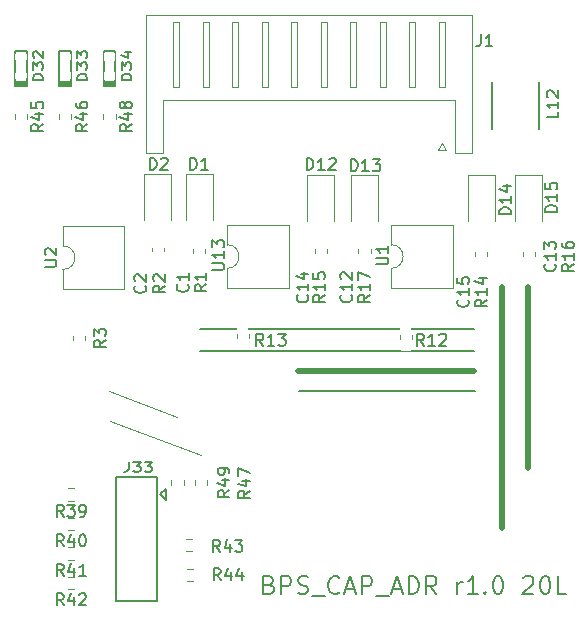
<source format=gbr>
G04 #@! TF.GenerationSoftware,KiCad,Pcbnew,(5.1.7)-1*
G04 #@! TF.CreationDate,2020-12-25T11:09:42+09:00*
G04 #@! TF.ProjectId,Ctrl_Arduino,4374726c-5f41-4726-9475-696e6f2e6b69,rev?*
G04 #@! TF.SameCoordinates,Original*
G04 #@! TF.FileFunction,Legend,Top*
G04 #@! TF.FilePolarity,Positive*
%FSLAX46Y46*%
G04 Gerber Fmt 4.6, Leading zero omitted, Abs format (unit mm)*
G04 Created by KiCad (PCBNEW (5.1.7)-1) date 2020-12-25 11:09:42*
%MOMM*%
%LPD*%
G01*
G04 APERTURE LIST*
%ADD10C,0.200000*%
%ADD11C,0.120000*%
%ADD12C,0.500000*%
%ADD13C,0.150000*%
%ADD14C,0.160000*%
%ADD15R,3.400000X1.900000*%
%ADD16C,1.100000*%
%ADD17O,1.700000X1.950000*%
%ADD18R,1.600000X1.600000*%
%ADD19O,1.600000X1.600000*%
G04 APERTURE END LIST*
D10*
X96785714Y-146892857D02*
X97000000Y-146964285D01*
X97071428Y-147035714D01*
X97142857Y-147178571D01*
X97142857Y-147392857D01*
X97071428Y-147535714D01*
X97000000Y-147607142D01*
X96857142Y-147678571D01*
X96285714Y-147678571D01*
X96285714Y-146178571D01*
X96785714Y-146178571D01*
X96928571Y-146250000D01*
X97000000Y-146321428D01*
X97071428Y-146464285D01*
X97071428Y-146607142D01*
X97000000Y-146750000D01*
X96928571Y-146821428D01*
X96785714Y-146892857D01*
X96285714Y-146892857D01*
X97785714Y-147678571D02*
X97785714Y-146178571D01*
X98357142Y-146178571D01*
X98500000Y-146250000D01*
X98571428Y-146321428D01*
X98642857Y-146464285D01*
X98642857Y-146678571D01*
X98571428Y-146821428D01*
X98500000Y-146892857D01*
X98357142Y-146964285D01*
X97785714Y-146964285D01*
X99214285Y-147607142D02*
X99428571Y-147678571D01*
X99785714Y-147678571D01*
X99928571Y-147607142D01*
X100000000Y-147535714D01*
X100071428Y-147392857D01*
X100071428Y-147250000D01*
X100000000Y-147107142D01*
X99928571Y-147035714D01*
X99785714Y-146964285D01*
X99500000Y-146892857D01*
X99357142Y-146821428D01*
X99285714Y-146750000D01*
X99214285Y-146607142D01*
X99214285Y-146464285D01*
X99285714Y-146321428D01*
X99357142Y-146250000D01*
X99500000Y-146178571D01*
X99857142Y-146178571D01*
X100071428Y-146250000D01*
X100357142Y-147821428D02*
X101500000Y-147821428D01*
X102714285Y-147535714D02*
X102642857Y-147607142D01*
X102428571Y-147678571D01*
X102285714Y-147678571D01*
X102071428Y-147607142D01*
X101928571Y-147464285D01*
X101857142Y-147321428D01*
X101785714Y-147035714D01*
X101785714Y-146821428D01*
X101857142Y-146535714D01*
X101928571Y-146392857D01*
X102071428Y-146250000D01*
X102285714Y-146178571D01*
X102428571Y-146178571D01*
X102642857Y-146250000D01*
X102714285Y-146321428D01*
X103285714Y-147250000D02*
X104000000Y-147250000D01*
X103142857Y-147678571D02*
X103642857Y-146178571D01*
X104142857Y-147678571D01*
X104642857Y-147678571D02*
X104642857Y-146178571D01*
X105214285Y-146178571D01*
X105357142Y-146250000D01*
X105428571Y-146321428D01*
X105500000Y-146464285D01*
X105500000Y-146678571D01*
X105428571Y-146821428D01*
X105357142Y-146892857D01*
X105214285Y-146964285D01*
X104642857Y-146964285D01*
X105785714Y-147821428D02*
X106928571Y-147821428D01*
X107214285Y-147250000D02*
X107928571Y-147250000D01*
X107071428Y-147678571D02*
X107571428Y-146178571D01*
X108071428Y-147678571D01*
X108571428Y-147678571D02*
X108571428Y-146178571D01*
X108928571Y-146178571D01*
X109142857Y-146250000D01*
X109285714Y-146392857D01*
X109357142Y-146535714D01*
X109428571Y-146821428D01*
X109428571Y-147035714D01*
X109357142Y-147321428D01*
X109285714Y-147464285D01*
X109142857Y-147607142D01*
X108928571Y-147678571D01*
X108571428Y-147678571D01*
X110928571Y-147678571D02*
X110428571Y-146964285D01*
X110071428Y-147678571D02*
X110071428Y-146178571D01*
X110642857Y-146178571D01*
X110785714Y-146250000D01*
X110857142Y-146321428D01*
X110928571Y-146464285D01*
X110928571Y-146678571D01*
X110857142Y-146821428D01*
X110785714Y-146892857D01*
X110642857Y-146964285D01*
X110071428Y-146964285D01*
X112714285Y-147678571D02*
X112714285Y-146678571D01*
X112714285Y-146964285D02*
X112785714Y-146821428D01*
X112857142Y-146750000D01*
X113000000Y-146678571D01*
X113142857Y-146678571D01*
X114428571Y-147678571D02*
X113571428Y-147678571D01*
X114000000Y-147678571D02*
X114000000Y-146178571D01*
X113857142Y-146392857D01*
X113714285Y-146535714D01*
X113571428Y-146607142D01*
X115071428Y-147535714D02*
X115142857Y-147607142D01*
X115071428Y-147678571D01*
X115000000Y-147607142D01*
X115071428Y-147535714D01*
X115071428Y-147678571D01*
X116071428Y-146178571D02*
X116214285Y-146178571D01*
X116357142Y-146250000D01*
X116428571Y-146321428D01*
X116500000Y-146464285D01*
X116571428Y-146750000D01*
X116571428Y-147107142D01*
X116500000Y-147392857D01*
X116428571Y-147535714D01*
X116357142Y-147607142D01*
X116214285Y-147678571D01*
X116071428Y-147678571D01*
X115928571Y-147607142D01*
X115857142Y-147535714D01*
X115785714Y-147392857D01*
X115714285Y-147107142D01*
X115714285Y-146750000D01*
X115785714Y-146464285D01*
X115857142Y-146321428D01*
X115928571Y-146250000D01*
X116071428Y-146178571D01*
X118285714Y-146321428D02*
X118357142Y-146250000D01*
X118500000Y-146178571D01*
X118857142Y-146178571D01*
X119000000Y-146250000D01*
X119071428Y-146321428D01*
X119142857Y-146464285D01*
X119142857Y-146607142D01*
X119071428Y-146821428D01*
X118214285Y-147678571D01*
X119142857Y-147678571D01*
X120071428Y-146178571D02*
X120214285Y-146178571D01*
X120357142Y-146250000D01*
X120428571Y-146321428D01*
X120500000Y-146464285D01*
X120571428Y-146750000D01*
X120571428Y-147107142D01*
X120500000Y-147392857D01*
X120428571Y-147535714D01*
X120357142Y-147607142D01*
X120214285Y-147678571D01*
X120071428Y-147678571D01*
X119928571Y-147607142D01*
X119857142Y-147535714D01*
X119785714Y-147392857D01*
X119714285Y-147107142D01*
X119714285Y-146750000D01*
X119785714Y-146464285D01*
X119857142Y-146321428D01*
X119928571Y-146250000D01*
X120071428Y-146178571D01*
X121928571Y-147678571D02*
X121214285Y-147678571D01*
X121214285Y-146178571D01*
D11*
X91000000Y-135900000D02*
X83300000Y-133050000D01*
X89000000Y-132700000D02*
X83200000Y-130450000D01*
D12*
X114100000Y-128800000D02*
X99200000Y-128800000D01*
D10*
X99300000Y-130500000D02*
X114200000Y-130500000D01*
X90900000Y-127100000D02*
X114100000Y-127100000D01*
X114100000Y-125200000D02*
X90900000Y-125200000D01*
D12*
X118700000Y-121700000D02*
X118700000Y-137000000D01*
X116500000Y-121700000D02*
X116500000Y-142100000D01*
D11*
X89522500Y-138487258D02*
X89522500Y-138012742D01*
X88477500Y-138487258D02*
X88477500Y-138012742D01*
X82727500Y-107012742D02*
X82727500Y-107487258D01*
X83772500Y-107012742D02*
X83772500Y-107487258D01*
X91522500Y-138487258D02*
X91522500Y-138012742D01*
X90477500Y-138487258D02*
X90477500Y-138012742D01*
X78977500Y-107012742D02*
X78977500Y-107487258D01*
X80022500Y-107012742D02*
X80022500Y-107487258D01*
X75227500Y-107012742D02*
X75227500Y-107487258D01*
X76272500Y-107012742D02*
X76272500Y-107487258D01*
X89847742Y-146567500D02*
X90322258Y-146567500D01*
X89847742Y-145522500D02*
X90322258Y-145522500D01*
X89762742Y-144022500D02*
X90237258Y-144022500D01*
X89762742Y-142977500D02*
X90237258Y-142977500D01*
X80237258Y-146227500D02*
X79762742Y-146227500D01*
X80237258Y-147272500D02*
X79762742Y-147272500D01*
X80237258Y-143727500D02*
X79762742Y-143727500D01*
X80237258Y-144772500D02*
X79762742Y-144772500D01*
X80237258Y-141227500D02*
X79762742Y-141227500D01*
X80237258Y-142272500D02*
X79762742Y-142272500D01*
X80237258Y-138727500D02*
X79762742Y-138727500D01*
X80237258Y-139772500D02*
X79762742Y-139772500D01*
D10*
X115600000Y-104300000D02*
X115600000Y-108300000D01*
X119600000Y-108300000D02*
X119600000Y-104300000D01*
D13*
X87300000Y-137750000D02*
X83800000Y-137750000D01*
X83800000Y-137750000D02*
X83800000Y-148250000D01*
X87300000Y-148250000D02*
X83800000Y-148250000D01*
X87300000Y-137750000D02*
X87300000Y-148250000D01*
X87500000Y-139250000D02*
X88000000Y-138750000D01*
X88000000Y-138750000D02*
X88000000Y-139750000D01*
X87500000Y-139250000D02*
X88000000Y-139750000D01*
D11*
X111100000Y-110050000D02*
X111400000Y-109450000D01*
X111700000Y-110050000D02*
X111100000Y-110050000D01*
X111400000Y-109450000D02*
X111700000Y-110050000D01*
X88650000Y-104750000D02*
X89150000Y-104750000D01*
X88650000Y-99250000D02*
X88650000Y-104750000D01*
X89150000Y-99250000D02*
X88650000Y-99250000D01*
X89150000Y-104750000D02*
X89150000Y-99250000D01*
X91150000Y-104750000D02*
X91650000Y-104750000D01*
X91150000Y-99250000D02*
X91150000Y-104750000D01*
X91650000Y-99250000D02*
X91150000Y-99250000D01*
X91650000Y-104750000D02*
X91650000Y-99250000D01*
X93650000Y-104750000D02*
X94150000Y-104750000D01*
X93650000Y-99250000D02*
X93650000Y-104750000D01*
X94150000Y-99250000D02*
X93650000Y-99250000D01*
X94150000Y-104750000D02*
X94150000Y-99250000D01*
X96150000Y-104750000D02*
X96650000Y-104750000D01*
X96150000Y-99250000D02*
X96150000Y-104750000D01*
X96650000Y-99250000D02*
X96150000Y-99250000D01*
X96650000Y-104750000D02*
X96650000Y-99250000D01*
X98650000Y-104750000D02*
X99150000Y-104750000D01*
X98650000Y-99250000D02*
X98650000Y-104750000D01*
X99150000Y-99250000D02*
X98650000Y-99250000D01*
X99150000Y-104750000D02*
X99150000Y-99250000D01*
X101150000Y-104750000D02*
X101650000Y-104750000D01*
X101150000Y-99250000D02*
X101150000Y-104750000D01*
X101650000Y-99250000D02*
X101150000Y-99250000D01*
X101650000Y-104750000D02*
X101650000Y-99250000D01*
X103650000Y-104750000D02*
X104150000Y-104750000D01*
X103650000Y-99250000D02*
X103650000Y-104750000D01*
X104150000Y-99250000D02*
X103650000Y-99250000D01*
X104150000Y-104750000D02*
X104150000Y-99250000D01*
X106150000Y-104750000D02*
X106650000Y-104750000D01*
X106150000Y-99250000D02*
X106150000Y-104750000D01*
X106650000Y-99250000D02*
X106150000Y-99250000D01*
X106650000Y-104750000D02*
X106650000Y-99250000D01*
X108650000Y-104750000D02*
X109150000Y-104750000D01*
X108650000Y-99250000D02*
X108650000Y-104750000D01*
X109150000Y-99250000D02*
X108650000Y-99250000D01*
X109150000Y-104750000D02*
X109150000Y-99250000D01*
X111150000Y-104750000D02*
X111650000Y-104750000D01*
X111150000Y-99250000D02*
X111150000Y-104750000D01*
X111650000Y-99250000D02*
X111150000Y-99250000D01*
X111650000Y-104750000D02*
X111650000Y-99250000D01*
X87760000Y-105860000D02*
X100150000Y-105860000D01*
X87760000Y-110360000D02*
X87760000Y-105860000D01*
X86340000Y-110360000D02*
X87760000Y-110360000D01*
X86340000Y-98640000D02*
X86340000Y-110360000D01*
X100150000Y-98640000D02*
X86340000Y-98640000D01*
X112540000Y-105860000D02*
X100150000Y-105860000D01*
X112540000Y-110360000D02*
X112540000Y-105860000D01*
X113960000Y-110360000D02*
X112540000Y-110360000D01*
X113960000Y-98640000D02*
X113960000Y-110360000D01*
X100150000Y-98640000D02*
X113960000Y-98640000D01*
D13*
X83750000Y-104500000D02*
X82850000Y-104500000D01*
X82750000Y-104700000D02*
X82750000Y-104300000D01*
X83750000Y-104700000D02*
X82750000Y-104700000D01*
X83750000Y-104300000D02*
X83750000Y-104700000D01*
D14*
X83750000Y-101700000D02*
X83750000Y-104300000D01*
X82750000Y-101700000D02*
X83750000Y-101700000D01*
X82750000Y-104300000D02*
X82750000Y-101700000D01*
X82750000Y-104300000D02*
X83750000Y-104300000D01*
D13*
X80000000Y-104500000D02*
X79100000Y-104500000D01*
X79000000Y-104700000D02*
X79000000Y-104300000D01*
X80000000Y-104700000D02*
X79000000Y-104700000D01*
X80000000Y-104300000D02*
X80000000Y-104700000D01*
D14*
X80000000Y-101700000D02*
X80000000Y-104300000D01*
X79000000Y-101700000D02*
X80000000Y-101700000D01*
X79000000Y-104300000D02*
X79000000Y-101700000D01*
X79000000Y-104300000D02*
X80000000Y-104300000D01*
D13*
X76250000Y-104500000D02*
X75350000Y-104500000D01*
X75250000Y-104700000D02*
X75250000Y-104300000D01*
X76250000Y-104700000D02*
X75250000Y-104700000D01*
X76250000Y-104300000D02*
X76250000Y-104700000D01*
D14*
X76250000Y-101700000D02*
X76250000Y-104300000D01*
X75250000Y-101700000D02*
X76250000Y-101700000D01*
X75250000Y-104300000D02*
X75250000Y-101700000D01*
X75250000Y-104300000D02*
X76250000Y-104300000D01*
D11*
X79310000Y-120200000D02*
X79310000Y-121850000D01*
X79310000Y-121850000D02*
X84510000Y-121850000D01*
X84510000Y-121850000D02*
X84510000Y-116550000D01*
X84510000Y-116550000D02*
X79310000Y-116550000D01*
X79310000Y-116550000D02*
X79310000Y-118200000D01*
X79310000Y-118200000D02*
G75*
G02*
X79310000Y-120200000I0J-1000000D01*
G01*
X80130000Y-126172779D02*
X80130000Y-125847221D01*
X81150000Y-126172779D02*
X81150000Y-125847221D01*
X86830000Y-118672779D02*
X86830000Y-118347221D01*
X87850000Y-118672779D02*
X87850000Y-118347221D01*
X90330000Y-118772779D02*
X90330000Y-118447221D01*
X91350000Y-118772779D02*
X91350000Y-118447221D01*
X88475000Y-116010000D02*
X88475000Y-112125000D01*
X88475000Y-112125000D02*
X86205000Y-112125000D01*
X86205000Y-112125000D02*
X86205000Y-116010000D01*
X91975000Y-116010000D02*
X91975000Y-112125000D01*
X91975000Y-112125000D02*
X89705000Y-112125000D01*
X89705000Y-112125000D02*
X89705000Y-116010000D01*
X104330000Y-118785279D02*
X104330000Y-118459721D01*
X105350000Y-118785279D02*
X105350000Y-118459721D01*
X118230000Y-119085279D02*
X118230000Y-118759721D01*
X119250000Y-119085279D02*
X119250000Y-118759721D01*
X100630000Y-118785279D02*
X100630000Y-118459721D01*
X101650000Y-118785279D02*
X101650000Y-118459721D01*
X114230000Y-119085279D02*
X114230000Y-118759721D01*
X115250000Y-119085279D02*
X115250000Y-118759721D01*
X94030000Y-125972779D02*
X94030000Y-125647221D01*
X95050000Y-125972779D02*
X95050000Y-125647221D01*
X107830000Y-126072779D02*
X107830000Y-125747221D01*
X108850000Y-126072779D02*
X108850000Y-125747221D01*
X93210000Y-120100000D02*
X93210000Y-121750000D01*
X93210000Y-121750000D02*
X98410000Y-121750000D01*
X98410000Y-121750000D02*
X98410000Y-116450000D01*
X98410000Y-116450000D02*
X93210000Y-116450000D01*
X93210000Y-116450000D02*
X93210000Y-118100000D01*
X93210000Y-118100000D02*
G75*
G02*
X93210000Y-120100000I0J-1000000D01*
G01*
X107110000Y-120100000D02*
X107110000Y-121750000D01*
X107110000Y-121750000D02*
X112310000Y-121750000D01*
X112310000Y-121750000D02*
X112310000Y-116450000D01*
X112310000Y-116450000D02*
X107110000Y-116450000D01*
X107110000Y-116450000D02*
X107110000Y-118100000D01*
X107110000Y-118100000D02*
G75*
G02*
X107110000Y-120100000I0J-1000000D01*
G01*
X119875000Y-116110000D02*
X119875000Y-112225000D01*
X119875000Y-112225000D02*
X117605000Y-112225000D01*
X117605000Y-112225000D02*
X117605000Y-116110000D01*
X113605000Y-112225000D02*
X113605000Y-116110000D01*
X115875000Y-112225000D02*
X113605000Y-112225000D01*
X115875000Y-116110000D02*
X115875000Y-112225000D01*
X105975000Y-116110000D02*
X105975000Y-112225000D01*
X105975000Y-112225000D02*
X103705000Y-112225000D01*
X103705000Y-112225000D02*
X103705000Y-116110000D01*
X102275000Y-116110000D02*
X102275000Y-112225000D01*
X102275000Y-112225000D02*
X100005000Y-112225000D01*
X100005000Y-112225000D02*
X100005000Y-116110000D01*
D13*
X93402380Y-138892857D02*
X92926190Y-139226190D01*
X93402380Y-139464285D02*
X92402380Y-139464285D01*
X92402380Y-139083333D01*
X92450000Y-138988095D01*
X92497619Y-138940476D01*
X92592857Y-138892857D01*
X92735714Y-138892857D01*
X92830952Y-138940476D01*
X92878571Y-138988095D01*
X92926190Y-139083333D01*
X92926190Y-139464285D01*
X92735714Y-138035714D02*
X93402380Y-138035714D01*
X92354761Y-138273809D02*
X93069047Y-138511904D01*
X93069047Y-137892857D01*
X93402380Y-137464285D02*
X93402380Y-137273809D01*
X93354761Y-137178571D01*
X93307142Y-137130952D01*
X93164285Y-137035714D01*
X92973809Y-136988095D01*
X92592857Y-136988095D01*
X92497619Y-137035714D01*
X92450000Y-137083333D01*
X92402380Y-137178571D01*
X92402380Y-137369047D01*
X92450000Y-137464285D01*
X92497619Y-137511904D01*
X92592857Y-137559523D01*
X92830952Y-137559523D01*
X92926190Y-137511904D01*
X92973809Y-137464285D01*
X93021428Y-137369047D01*
X93021428Y-137178571D01*
X92973809Y-137083333D01*
X92926190Y-137035714D01*
X92830952Y-136988095D01*
X85132380Y-107892857D02*
X84656190Y-108226190D01*
X85132380Y-108464285D02*
X84132380Y-108464285D01*
X84132380Y-108083333D01*
X84180000Y-107988095D01*
X84227619Y-107940476D01*
X84322857Y-107892857D01*
X84465714Y-107892857D01*
X84560952Y-107940476D01*
X84608571Y-107988095D01*
X84656190Y-108083333D01*
X84656190Y-108464285D01*
X84465714Y-107035714D02*
X85132380Y-107035714D01*
X84084761Y-107273809D02*
X84799047Y-107511904D01*
X84799047Y-106892857D01*
X84560952Y-106369047D02*
X84513333Y-106464285D01*
X84465714Y-106511904D01*
X84370476Y-106559523D01*
X84322857Y-106559523D01*
X84227619Y-106511904D01*
X84180000Y-106464285D01*
X84132380Y-106369047D01*
X84132380Y-106178571D01*
X84180000Y-106083333D01*
X84227619Y-106035714D01*
X84322857Y-105988095D01*
X84370476Y-105988095D01*
X84465714Y-106035714D01*
X84513333Y-106083333D01*
X84560952Y-106178571D01*
X84560952Y-106369047D01*
X84608571Y-106464285D01*
X84656190Y-106511904D01*
X84751428Y-106559523D01*
X84941904Y-106559523D01*
X85037142Y-106511904D01*
X85084761Y-106464285D01*
X85132380Y-106369047D01*
X85132380Y-106178571D01*
X85084761Y-106083333D01*
X85037142Y-106035714D01*
X84941904Y-105988095D01*
X84751428Y-105988095D01*
X84656190Y-106035714D01*
X84608571Y-106083333D01*
X84560952Y-106178571D01*
X95152380Y-138942857D02*
X94676190Y-139276190D01*
X95152380Y-139514285D02*
X94152380Y-139514285D01*
X94152380Y-139133333D01*
X94200000Y-139038095D01*
X94247619Y-138990476D01*
X94342857Y-138942857D01*
X94485714Y-138942857D01*
X94580952Y-138990476D01*
X94628571Y-139038095D01*
X94676190Y-139133333D01*
X94676190Y-139514285D01*
X94485714Y-138085714D02*
X95152380Y-138085714D01*
X94104761Y-138323809D02*
X94819047Y-138561904D01*
X94819047Y-137942857D01*
X94152380Y-137657142D02*
X94152380Y-136990476D01*
X95152380Y-137419047D01*
X81382380Y-107892857D02*
X80906190Y-108226190D01*
X81382380Y-108464285D02*
X80382380Y-108464285D01*
X80382380Y-108083333D01*
X80430000Y-107988095D01*
X80477619Y-107940476D01*
X80572857Y-107892857D01*
X80715714Y-107892857D01*
X80810952Y-107940476D01*
X80858571Y-107988095D01*
X80906190Y-108083333D01*
X80906190Y-108464285D01*
X80715714Y-107035714D02*
X81382380Y-107035714D01*
X80334761Y-107273809D02*
X81049047Y-107511904D01*
X81049047Y-106892857D01*
X80382380Y-106083333D02*
X80382380Y-106273809D01*
X80430000Y-106369047D01*
X80477619Y-106416666D01*
X80620476Y-106511904D01*
X80810952Y-106559523D01*
X81191904Y-106559523D01*
X81287142Y-106511904D01*
X81334761Y-106464285D01*
X81382380Y-106369047D01*
X81382380Y-106178571D01*
X81334761Y-106083333D01*
X81287142Y-106035714D01*
X81191904Y-105988095D01*
X80953809Y-105988095D01*
X80858571Y-106035714D01*
X80810952Y-106083333D01*
X80763333Y-106178571D01*
X80763333Y-106369047D01*
X80810952Y-106464285D01*
X80858571Y-106511904D01*
X80953809Y-106559523D01*
X77632380Y-107892857D02*
X77156190Y-108226190D01*
X77632380Y-108464285D02*
X76632380Y-108464285D01*
X76632380Y-108083333D01*
X76680000Y-107988095D01*
X76727619Y-107940476D01*
X76822857Y-107892857D01*
X76965714Y-107892857D01*
X77060952Y-107940476D01*
X77108571Y-107988095D01*
X77156190Y-108083333D01*
X77156190Y-108464285D01*
X76965714Y-107035714D02*
X77632380Y-107035714D01*
X76584761Y-107273809D02*
X77299047Y-107511904D01*
X77299047Y-106892857D01*
X76632380Y-106035714D02*
X76632380Y-106511904D01*
X77108571Y-106559523D01*
X77060952Y-106511904D01*
X77013333Y-106416666D01*
X77013333Y-106178571D01*
X77060952Y-106083333D01*
X77108571Y-106035714D01*
X77203809Y-105988095D01*
X77441904Y-105988095D01*
X77537142Y-106035714D01*
X77584761Y-106083333D01*
X77632380Y-106178571D01*
X77632380Y-106416666D01*
X77584761Y-106511904D01*
X77537142Y-106559523D01*
X92657142Y-146502380D02*
X92323809Y-146026190D01*
X92085714Y-146502380D02*
X92085714Y-145502380D01*
X92466666Y-145502380D01*
X92561904Y-145550000D01*
X92609523Y-145597619D01*
X92657142Y-145692857D01*
X92657142Y-145835714D01*
X92609523Y-145930952D01*
X92561904Y-145978571D01*
X92466666Y-146026190D01*
X92085714Y-146026190D01*
X93514285Y-145835714D02*
X93514285Y-146502380D01*
X93276190Y-145454761D02*
X93038095Y-146169047D01*
X93657142Y-146169047D01*
X94466666Y-145835714D02*
X94466666Y-146502380D01*
X94228571Y-145454761D02*
X93990476Y-146169047D01*
X94609523Y-146169047D01*
X92607142Y-144102380D02*
X92273809Y-143626190D01*
X92035714Y-144102380D02*
X92035714Y-143102380D01*
X92416666Y-143102380D01*
X92511904Y-143150000D01*
X92559523Y-143197619D01*
X92607142Y-143292857D01*
X92607142Y-143435714D01*
X92559523Y-143530952D01*
X92511904Y-143578571D01*
X92416666Y-143626190D01*
X92035714Y-143626190D01*
X93464285Y-143435714D02*
X93464285Y-144102380D01*
X93226190Y-143054761D02*
X92988095Y-143769047D01*
X93607142Y-143769047D01*
X93892857Y-143102380D02*
X94511904Y-143102380D01*
X94178571Y-143483333D01*
X94321428Y-143483333D01*
X94416666Y-143530952D01*
X94464285Y-143578571D01*
X94511904Y-143673809D01*
X94511904Y-143911904D01*
X94464285Y-144007142D01*
X94416666Y-144054761D01*
X94321428Y-144102380D01*
X94035714Y-144102380D01*
X93940476Y-144054761D01*
X93892857Y-144007142D01*
X79357142Y-148632380D02*
X79023809Y-148156190D01*
X78785714Y-148632380D02*
X78785714Y-147632380D01*
X79166666Y-147632380D01*
X79261904Y-147680000D01*
X79309523Y-147727619D01*
X79357142Y-147822857D01*
X79357142Y-147965714D01*
X79309523Y-148060952D01*
X79261904Y-148108571D01*
X79166666Y-148156190D01*
X78785714Y-148156190D01*
X80214285Y-147965714D02*
X80214285Y-148632380D01*
X79976190Y-147584761D02*
X79738095Y-148299047D01*
X80357142Y-148299047D01*
X80690476Y-147727619D02*
X80738095Y-147680000D01*
X80833333Y-147632380D01*
X81071428Y-147632380D01*
X81166666Y-147680000D01*
X81214285Y-147727619D01*
X81261904Y-147822857D01*
X81261904Y-147918095D01*
X81214285Y-148060952D01*
X80642857Y-148632380D01*
X81261904Y-148632380D01*
X79357142Y-146132380D02*
X79023809Y-145656190D01*
X78785714Y-146132380D02*
X78785714Y-145132380D01*
X79166666Y-145132380D01*
X79261904Y-145180000D01*
X79309523Y-145227619D01*
X79357142Y-145322857D01*
X79357142Y-145465714D01*
X79309523Y-145560952D01*
X79261904Y-145608571D01*
X79166666Y-145656190D01*
X78785714Y-145656190D01*
X80214285Y-145465714D02*
X80214285Y-146132380D01*
X79976190Y-145084761D02*
X79738095Y-145799047D01*
X80357142Y-145799047D01*
X81261904Y-146132380D02*
X80690476Y-146132380D01*
X80976190Y-146132380D02*
X80976190Y-145132380D01*
X80880952Y-145275238D01*
X80785714Y-145370476D01*
X80690476Y-145418095D01*
X79357142Y-143632380D02*
X79023809Y-143156190D01*
X78785714Y-143632380D02*
X78785714Y-142632380D01*
X79166666Y-142632380D01*
X79261904Y-142680000D01*
X79309523Y-142727619D01*
X79357142Y-142822857D01*
X79357142Y-142965714D01*
X79309523Y-143060952D01*
X79261904Y-143108571D01*
X79166666Y-143156190D01*
X78785714Y-143156190D01*
X80214285Y-142965714D02*
X80214285Y-143632380D01*
X79976190Y-142584761D02*
X79738095Y-143299047D01*
X80357142Y-143299047D01*
X80928571Y-142632380D02*
X81023809Y-142632380D01*
X81119047Y-142680000D01*
X81166666Y-142727619D01*
X81214285Y-142822857D01*
X81261904Y-143013333D01*
X81261904Y-143251428D01*
X81214285Y-143441904D01*
X81166666Y-143537142D01*
X81119047Y-143584761D01*
X81023809Y-143632380D01*
X80928571Y-143632380D01*
X80833333Y-143584761D01*
X80785714Y-143537142D01*
X80738095Y-143441904D01*
X80690476Y-143251428D01*
X80690476Y-143013333D01*
X80738095Y-142822857D01*
X80785714Y-142727619D01*
X80833333Y-142680000D01*
X80928571Y-142632380D01*
X79357142Y-141132380D02*
X79023809Y-140656190D01*
X78785714Y-141132380D02*
X78785714Y-140132380D01*
X79166666Y-140132380D01*
X79261904Y-140180000D01*
X79309523Y-140227619D01*
X79357142Y-140322857D01*
X79357142Y-140465714D01*
X79309523Y-140560952D01*
X79261904Y-140608571D01*
X79166666Y-140656190D01*
X78785714Y-140656190D01*
X79690476Y-140132380D02*
X80309523Y-140132380D01*
X79976190Y-140513333D01*
X80119047Y-140513333D01*
X80214285Y-140560952D01*
X80261904Y-140608571D01*
X80309523Y-140703809D01*
X80309523Y-140941904D01*
X80261904Y-141037142D01*
X80214285Y-141084761D01*
X80119047Y-141132380D01*
X79833333Y-141132380D01*
X79738095Y-141084761D01*
X79690476Y-141037142D01*
X80785714Y-141132380D02*
X80976190Y-141132380D01*
X81071428Y-141084761D01*
X81119047Y-141037142D01*
X81214285Y-140894285D01*
X81261904Y-140703809D01*
X81261904Y-140322857D01*
X81214285Y-140227619D01*
X81166666Y-140180000D01*
X81071428Y-140132380D01*
X80880952Y-140132380D01*
X80785714Y-140180000D01*
X80738095Y-140227619D01*
X80690476Y-140322857D01*
X80690476Y-140560952D01*
X80738095Y-140656190D01*
X80785714Y-140703809D01*
X80880952Y-140751428D01*
X81071428Y-140751428D01*
X81166666Y-140703809D01*
X81214285Y-140656190D01*
X81261904Y-140560952D01*
X121252380Y-106842857D02*
X121252380Y-107319047D01*
X120252380Y-107319047D01*
X121252380Y-105985714D02*
X121252380Y-106557142D01*
X121252380Y-106271428D02*
X120252380Y-106271428D01*
X120395238Y-106366666D01*
X120490476Y-106461904D01*
X120538095Y-106557142D01*
X120347619Y-105604761D02*
X120300000Y-105557142D01*
X120252380Y-105461904D01*
X120252380Y-105223809D01*
X120300000Y-105128571D01*
X120347619Y-105080952D01*
X120442857Y-105033333D01*
X120538095Y-105033333D01*
X120680952Y-105080952D01*
X121252380Y-105652380D01*
X121252380Y-105033333D01*
X84890476Y-136511904D02*
X84890476Y-137083333D01*
X84842857Y-137197619D01*
X84747619Y-137273809D01*
X84604761Y-137311904D01*
X84509523Y-137311904D01*
X85271428Y-136511904D02*
X85890476Y-136511904D01*
X85557142Y-136816666D01*
X85700000Y-136816666D01*
X85795238Y-136854761D01*
X85842857Y-136892857D01*
X85890476Y-136969047D01*
X85890476Y-137159523D01*
X85842857Y-137235714D01*
X85795238Y-137273809D01*
X85700000Y-137311904D01*
X85414285Y-137311904D01*
X85319047Y-137273809D01*
X85271428Y-137235714D01*
X86223809Y-136511904D02*
X86842857Y-136511904D01*
X86509523Y-136816666D01*
X86652380Y-136816666D01*
X86747619Y-136854761D01*
X86795238Y-136892857D01*
X86842857Y-136969047D01*
X86842857Y-137159523D01*
X86795238Y-137235714D01*
X86747619Y-137273809D01*
X86652380Y-137311904D01*
X86366666Y-137311904D01*
X86271428Y-137273809D01*
X86223809Y-137235714D01*
X114666666Y-100302380D02*
X114666666Y-101016666D01*
X114619047Y-101159523D01*
X114523809Y-101254761D01*
X114380952Y-101302380D01*
X114285714Y-101302380D01*
X115666666Y-101302380D02*
X115095238Y-101302380D01*
X115380952Y-101302380D02*
X115380952Y-100302380D01*
X115285714Y-100445238D01*
X115190476Y-100540476D01*
X115095238Y-100588095D01*
X85086904Y-104189285D02*
X84286904Y-104189285D01*
X84286904Y-103951190D01*
X84325000Y-103808333D01*
X84401190Y-103713095D01*
X84477380Y-103665476D01*
X84629761Y-103617857D01*
X84744047Y-103617857D01*
X84896428Y-103665476D01*
X84972619Y-103713095D01*
X85048809Y-103808333D01*
X85086904Y-103951190D01*
X85086904Y-104189285D01*
X84286904Y-103284523D02*
X84286904Y-102665476D01*
X84591666Y-102998809D01*
X84591666Y-102855952D01*
X84629761Y-102760714D01*
X84667857Y-102713095D01*
X84744047Y-102665476D01*
X84934523Y-102665476D01*
X85010714Y-102713095D01*
X85048809Y-102760714D01*
X85086904Y-102855952D01*
X85086904Y-103141666D01*
X85048809Y-103236904D01*
X85010714Y-103284523D01*
X84553571Y-101808333D02*
X85086904Y-101808333D01*
X84248809Y-102046428D02*
X84820238Y-102284523D01*
X84820238Y-101665476D01*
X81336904Y-104189285D02*
X80536904Y-104189285D01*
X80536904Y-103951190D01*
X80575000Y-103808333D01*
X80651190Y-103713095D01*
X80727380Y-103665476D01*
X80879761Y-103617857D01*
X80994047Y-103617857D01*
X81146428Y-103665476D01*
X81222619Y-103713095D01*
X81298809Y-103808333D01*
X81336904Y-103951190D01*
X81336904Y-104189285D01*
X80536904Y-103284523D02*
X80536904Y-102665476D01*
X80841666Y-102998809D01*
X80841666Y-102855952D01*
X80879761Y-102760714D01*
X80917857Y-102713095D01*
X80994047Y-102665476D01*
X81184523Y-102665476D01*
X81260714Y-102713095D01*
X81298809Y-102760714D01*
X81336904Y-102855952D01*
X81336904Y-103141666D01*
X81298809Y-103236904D01*
X81260714Y-103284523D01*
X80536904Y-102332142D02*
X80536904Y-101713095D01*
X80841666Y-102046428D01*
X80841666Y-101903571D01*
X80879761Y-101808333D01*
X80917857Y-101760714D01*
X80994047Y-101713095D01*
X81184523Y-101713095D01*
X81260714Y-101760714D01*
X81298809Y-101808333D01*
X81336904Y-101903571D01*
X81336904Y-102189285D01*
X81298809Y-102284523D01*
X81260714Y-102332142D01*
X77586904Y-104189285D02*
X76786904Y-104189285D01*
X76786904Y-103951190D01*
X76825000Y-103808333D01*
X76901190Y-103713095D01*
X76977380Y-103665476D01*
X77129761Y-103617857D01*
X77244047Y-103617857D01*
X77396428Y-103665476D01*
X77472619Y-103713095D01*
X77548809Y-103808333D01*
X77586904Y-103951190D01*
X77586904Y-104189285D01*
X76786904Y-103284523D02*
X76786904Y-102665476D01*
X77091666Y-102998809D01*
X77091666Y-102855952D01*
X77129761Y-102760714D01*
X77167857Y-102713095D01*
X77244047Y-102665476D01*
X77434523Y-102665476D01*
X77510714Y-102713095D01*
X77548809Y-102760714D01*
X77586904Y-102855952D01*
X77586904Y-103141666D01*
X77548809Y-103236904D01*
X77510714Y-103284523D01*
X76863095Y-102284523D02*
X76825000Y-102236904D01*
X76786904Y-102141666D01*
X76786904Y-101903571D01*
X76825000Y-101808333D01*
X76863095Y-101760714D01*
X76939285Y-101713095D01*
X77015476Y-101713095D01*
X77129761Y-101760714D01*
X77586904Y-102332142D01*
X77586904Y-101713095D01*
X77762380Y-119961904D02*
X78571904Y-119961904D01*
X78667142Y-119914285D01*
X78714761Y-119866666D01*
X78762380Y-119771428D01*
X78762380Y-119580952D01*
X78714761Y-119485714D01*
X78667142Y-119438095D01*
X78571904Y-119390476D01*
X77762380Y-119390476D01*
X77857619Y-118961904D02*
X77810000Y-118914285D01*
X77762380Y-118819047D01*
X77762380Y-118580952D01*
X77810000Y-118485714D01*
X77857619Y-118438095D01*
X77952857Y-118390476D01*
X78048095Y-118390476D01*
X78190952Y-118438095D01*
X78762380Y-119009523D01*
X78762380Y-118390476D01*
X82952380Y-126166666D02*
X82476190Y-126500000D01*
X82952380Y-126738095D02*
X81952380Y-126738095D01*
X81952380Y-126357142D01*
X82000000Y-126261904D01*
X82047619Y-126214285D01*
X82142857Y-126166666D01*
X82285714Y-126166666D01*
X82380952Y-126214285D01*
X82428571Y-126261904D01*
X82476190Y-126357142D01*
X82476190Y-126738095D01*
X81952380Y-125833333D02*
X81952380Y-125214285D01*
X82333333Y-125547619D01*
X82333333Y-125404761D01*
X82380952Y-125309523D01*
X82428571Y-125261904D01*
X82523809Y-125214285D01*
X82761904Y-125214285D01*
X82857142Y-125261904D01*
X82904761Y-125309523D01*
X82952380Y-125404761D01*
X82952380Y-125690476D01*
X82904761Y-125785714D01*
X82857142Y-125833333D01*
X87952380Y-121566666D02*
X87476190Y-121900000D01*
X87952380Y-122138095D02*
X86952380Y-122138095D01*
X86952380Y-121757142D01*
X87000000Y-121661904D01*
X87047619Y-121614285D01*
X87142857Y-121566666D01*
X87285714Y-121566666D01*
X87380952Y-121614285D01*
X87428571Y-121661904D01*
X87476190Y-121757142D01*
X87476190Y-122138095D01*
X87047619Y-121185714D02*
X87000000Y-121138095D01*
X86952380Y-121042857D01*
X86952380Y-120804761D01*
X87000000Y-120709523D01*
X87047619Y-120661904D01*
X87142857Y-120614285D01*
X87238095Y-120614285D01*
X87380952Y-120661904D01*
X87952380Y-121233333D01*
X87952380Y-120614285D01*
X91452380Y-121466666D02*
X90976190Y-121800000D01*
X91452380Y-122038095D02*
X90452380Y-122038095D01*
X90452380Y-121657142D01*
X90500000Y-121561904D01*
X90547619Y-121514285D01*
X90642857Y-121466666D01*
X90785714Y-121466666D01*
X90880952Y-121514285D01*
X90928571Y-121561904D01*
X90976190Y-121657142D01*
X90976190Y-122038095D01*
X91452380Y-120514285D02*
X91452380Y-121085714D01*
X91452380Y-120800000D02*
X90452380Y-120800000D01*
X90595238Y-120895238D01*
X90690476Y-120990476D01*
X90738095Y-121085714D01*
X86661904Y-111752380D02*
X86661904Y-110752380D01*
X86900000Y-110752380D01*
X87042857Y-110800000D01*
X87138095Y-110895238D01*
X87185714Y-110990476D01*
X87233333Y-111180952D01*
X87233333Y-111323809D01*
X87185714Y-111514285D01*
X87138095Y-111609523D01*
X87042857Y-111704761D01*
X86900000Y-111752380D01*
X86661904Y-111752380D01*
X87614285Y-110847619D02*
X87661904Y-110800000D01*
X87757142Y-110752380D01*
X87995238Y-110752380D01*
X88090476Y-110800000D01*
X88138095Y-110847619D01*
X88185714Y-110942857D01*
X88185714Y-111038095D01*
X88138095Y-111180952D01*
X87566666Y-111752380D01*
X88185714Y-111752380D01*
X90061904Y-111752380D02*
X90061904Y-110752380D01*
X90300000Y-110752380D01*
X90442857Y-110800000D01*
X90538095Y-110895238D01*
X90585714Y-110990476D01*
X90633333Y-111180952D01*
X90633333Y-111323809D01*
X90585714Y-111514285D01*
X90538095Y-111609523D01*
X90442857Y-111704761D01*
X90300000Y-111752380D01*
X90061904Y-111752380D01*
X91585714Y-111752380D02*
X91014285Y-111752380D01*
X91300000Y-111752380D02*
X91300000Y-110752380D01*
X91204761Y-110895238D01*
X91109523Y-110990476D01*
X91014285Y-111038095D01*
X86257142Y-121566666D02*
X86304761Y-121614285D01*
X86352380Y-121757142D01*
X86352380Y-121852380D01*
X86304761Y-121995238D01*
X86209523Y-122090476D01*
X86114285Y-122138095D01*
X85923809Y-122185714D01*
X85780952Y-122185714D01*
X85590476Y-122138095D01*
X85495238Y-122090476D01*
X85400000Y-121995238D01*
X85352380Y-121852380D01*
X85352380Y-121757142D01*
X85400000Y-121614285D01*
X85447619Y-121566666D01*
X85447619Y-121185714D02*
X85400000Y-121138095D01*
X85352380Y-121042857D01*
X85352380Y-120804761D01*
X85400000Y-120709523D01*
X85447619Y-120661904D01*
X85542857Y-120614285D01*
X85638095Y-120614285D01*
X85780952Y-120661904D01*
X86352380Y-121233333D01*
X86352380Y-120614285D01*
X89857142Y-121466666D02*
X89904761Y-121514285D01*
X89952380Y-121657142D01*
X89952380Y-121752380D01*
X89904761Y-121895238D01*
X89809523Y-121990476D01*
X89714285Y-122038095D01*
X89523809Y-122085714D01*
X89380952Y-122085714D01*
X89190476Y-122038095D01*
X89095238Y-121990476D01*
X89000000Y-121895238D01*
X88952380Y-121752380D01*
X88952380Y-121657142D01*
X89000000Y-121514285D01*
X89047619Y-121466666D01*
X89952380Y-120514285D02*
X89952380Y-121085714D01*
X89952380Y-120800000D02*
X88952380Y-120800000D01*
X89095238Y-120895238D01*
X89190476Y-120990476D01*
X89238095Y-121085714D01*
X105292380Y-122352857D02*
X104816190Y-122686190D01*
X105292380Y-122924285D02*
X104292380Y-122924285D01*
X104292380Y-122543333D01*
X104340000Y-122448095D01*
X104387619Y-122400476D01*
X104482857Y-122352857D01*
X104625714Y-122352857D01*
X104720952Y-122400476D01*
X104768571Y-122448095D01*
X104816190Y-122543333D01*
X104816190Y-122924285D01*
X105292380Y-121400476D02*
X105292380Y-121971904D01*
X105292380Y-121686190D02*
X104292380Y-121686190D01*
X104435238Y-121781428D01*
X104530476Y-121876666D01*
X104578095Y-121971904D01*
X104292380Y-121067142D02*
X104292380Y-120400476D01*
X105292380Y-120829047D01*
X122552380Y-119742857D02*
X122076190Y-120076190D01*
X122552380Y-120314285D02*
X121552380Y-120314285D01*
X121552380Y-119933333D01*
X121600000Y-119838095D01*
X121647619Y-119790476D01*
X121742857Y-119742857D01*
X121885714Y-119742857D01*
X121980952Y-119790476D01*
X122028571Y-119838095D01*
X122076190Y-119933333D01*
X122076190Y-120314285D01*
X122552380Y-118790476D02*
X122552380Y-119361904D01*
X122552380Y-119076190D02*
X121552380Y-119076190D01*
X121695238Y-119171428D01*
X121790476Y-119266666D01*
X121838095Y-119361904D01*
X121552380Y-117933333D02*
X121552380Y-118123809D01*
X121600000Y-118219047D01*
X121647619Y-118266666D01*
X121790476Y-118361904D01*
X121980952Y-118409523D01*
X122361904Y-118409523D01*
X122457142Y-118361904D01*
X122504761Y-118314285D01*
X122552380Y-118219047D01*
X122552380Y-118028571D01*
X122504761Y-117933333D01*
X122457142Y-117885714D01*
X122361904Y-117838095D01*
X122123809Y-117838095D01*
X122028571Y-117885714D01*
X121980952Y-117933333D01*
X121933333Y-118028571D01*
X121933333Y-118219047D01*
X121980952Y-118314285D01*
X122028571Y-118361904D01*
X122123809Y-118409523D01*
X101492380Y-122352857D02*
X101016190Y-122686190D01*
X101492380Y-122924285D02*
X100492380Y-122924285D01*
X100492380Y-122543333D01*
X100540000Y-122448095D01*
X100587619Y-122400476D01*
X100682857Y-122352857D01*
X100825714Y-122352857D01*
X100920952Y-122400476D01*
X100968571Y-122448095D01*
X101016190Y-122543333D01*
X101016190Y-122924285D01*
X101492380Y-121400476D02*
X101492380Y-121971904D01*
X101492380Y-121686190D02*
X100492380Y-121686190D01*
X100635238Y-121781428D01*
X100730476Y-121876666D01*
X100778095Y-121971904D01*
X100492380Y-120495714D02*
X100492380Y-120971904D01*
X100968571Y-121019523D01*
X100920952Y-120971904D01*
X100873333Y-120876666D01*
X100873333Y-120638571D01*
X100920952Y-120543333D01*
X100968571Y-120495714D01*
X101063809Y-120448095D01*
X101301904Y-120448095D01*
X101397142Y-120495714D01*
X101444761Y-120543333D01*
X101492380Y-120638571D01*
X101492380Y-120876666D01*
X101444761Y-120971904D01*
X101397142Y-121019523D01*
X115192380Y-122752857D02*
X114716190Y-123086190D01*
X115192380Y-123324285D02*
X114192380Y-123324285D01*
X114192380Y-122943333D01*
X114240000Y-122848095D01*
X114287619Y-122800476D01*
X114382857Y-122752857D01*
X114525714Y-122752857D01*
X114620952Y-122800476D01*
X114668571Y-122848095D01*
X114716190Y-122943333D01*
X114716190Y-123324285D01*
X115192380Y-121800476D02*
X115192380Y-122371904D01*
X115192380Y-122086190D02*
X114192380Y-122086190D01*
X114335238Y-122181428D01*
X114430476Y-122276666D01*
X114478095Y-122371904D01*
X114525714Y-120943333D02*
X115192380Y-120943333D01*
X114144761Y-121181428D02*
X114859047Y-121419523D01*
X114859047Y-120800476D01*
X96257142Y-126652380D02*
X95923809Y-126176190D01*
X95685714Y-126652380D02*
X95685714Y-125652380D01*
X96066666Y-125652380D01*
X96161904Y-125700000D01*
X96209523Y-125747619D01*
X96257142Y-125842857D01*
X96257142Y-125985714D01*
X96209523Y-126080952D01*
X96161904Y-126128571D01*
X96066666Y-126176190D01*
X95685714Y-126176190D01*
X97209523Y-126652380D02*
X96638095Y-126652380D01*
X96923809Y-126652380D02*
X96923809Y-125652380D01*
X96828571Y-125795238D01*
X96733333Y-125890476D01*
X96638095Y-125938095D01*
X97542857Y-125652380D02*
X98161904Y-125652380D01*
X97828571Y-126033333D01*
X97971428Y-126033333D01*
X98066666Y-126080952D01*
X98114285Y-126128571D01*
X98161904Y-126223809D01*
X98161904Y-126461904D01*
X98114285Y-126557142D01*
X98066666Y-126604761D01*
X97971428Y-126652380D01*
X97685714Y-126652380D01*
X97590476Y-126604761D01*
X97542857Y-126557142D01*
X109857142Y-126652380D02*
X109523809Y-126176190D01*
X109285714Y-126652380D02*
X109285714Y-125652380D01*
X109666666Y-125652380D01*
X109761904Y-125700000D01*
X109809523Y-125747619D01*
X109857142Y-125842857D01*
X109857142Y-125985714D01*
X109809523Y-126080952D01*
X109761904Y-126128571D01*
X109666666Y-126176190D01*
X109285714Y-126176190D01*
X110809523Y-126652380D02*
X110238095Y-126652380D01*
X110523809Y-126652380D02*
X110523809Y-125652380D01*
X110428571Y-125795238D01*
X110333333Y-125890476D01*
X110238095Y-125938095D01*
X111190476Y-125747619D02*
X111238095Y-125700000D01*
X111333333Y-125652380D01*
X111571428Y-125652380D01*
X111666666Y-125700000D01*
X111714285Y-125747619D01*
X111761904Y-125842857D01*
X111761904Y-125938095D01*
X111714285Y-126080952D01*
X111142857Y-126652380D01*
X111761904Y-126652380D01*
X91952380Y-120238095D02*
X92761904Y-120238095D01*
X92857142Y-120190476D01*
X92904761Y-120142857D01*
X92952380Y-120047619D01*
X92952380Y-119857142D01*
X92904761Y-119761904D01*
X92857142Y-119714285D01*
X92761904Y-119666666D01*
X91952380Y-119666666D01*
X92952380Y-118666666D02*
X92952380Y-119238095D01*
X92952380Y-118952380D02*
X91952380Y-118952380D01*
X92095238Y-119047619D01*
X92190476Y-119142857D01*
X92238095Y-119238095D01*
X91952380Y-118333333D02*
X91952380Y-117714285D01*
X92333333Y-118047619D01*
X92333333Y-117904761D01*
X92380952Y-117809523D01*
X92428571Y-117761904D01*
X92523809Y-117714285D01*
X92761904Y-117714285D01*
X92857142Y-117761904D01*
X92904761Y-117809523D01*
X92952380Y-117904761D01*
X92952380Y-118190476D01*
X92904761Y-118285714D01*
X92857142Y-118333333D01*
X105852380Y-119761904D02*
X106661904Y-119761904D01*
X106757142Y-119714285D01*
X106804761Y-119666666D01*
X106852380Y-119571428D01*
X106852380Y-119380952D01*
X106804761Y-119285714D01*
X106757142Y-119238095D01*
X106661904Y-119190476D01*
X105852380Y-119190476D01*
X106852380Y-118190476D02*
X106852380Y-118761904D01*
X106852380Y-118476190D02*
X105852380Y-118476190D01*
X105995238Y-118571428D01*
X106090476Y-118666666D01*
X106138095Y-118761904D01*
X121152380Y-115314285D02*
X120152380Y-115314285D01*
X120152380Y-115076190D01*
X120200000Y-114933333D01*
X120295238Y-114838095D01*
X120390476Y-114790476D01*
X120580952Y-114742857D01*
X120723809Y-114742857D01*
X120914285Y-114790476D01*
X121009523Y-114838095D01*
X121104761Y-114933333D01*
X121152380Y-115076190D01*
X121152380Y-115314285D01*
X121152380Y-113790476D02*
X121152380Y-114361904D01*
X121152380Y-114076190D02*
X120152380Y-114076190D01*
X120295238Y-114171428D01*
X120390476Y-114266666D01*
X120438095Y-114361904D01*
X120152380Y-112885714D02*
X120152380Y-113361904D01*
X120628571Y-113409523D01*
X120580952Y-113361904D01*
X120533333Y-113266666D01*
X120533333Y-113028571D01*
X120580952Y-112933333D01*
X120628571Y-112885714D01*
X120723809Y-112838095D01*
X120961904Y-112838095D01*
X121057142Y-112885714D01*
X121104761Y-112933333D01*
X121152380Y-113028571D01*
X121152380Y-113266666D01*
X121104761Y-113361904D01*
X121057142Y-113409523D01*
X117252380Y-115514285D02*
X116252380Y-115514285D01*
X116252380Y-115276190D01*
X116300000Y-115133333D01*
X116395238Y-115038095D01*
X116490476Y-114990476D01*
X116680952Y-114942857D01*
X116823809Y-114942857D01*
X117014285Y-114990476D01*
X117109523Y-115038095D01*
X117204761Y-115133333D01*
X117252380Y-115276190D01*
X117252380Y-115514285D01*
X117252380Y-113990476D02*
X117252380Y-114561904D01*
X117252380Y-114276190D02*
X116252380Y-114276190D01*
X116395238Y-114371428D01*
X116490476Y-114466666D01*
X116538095Y-114561904D01*
X116585714Y-113133333D02*
X117252380Y-113133333D01*
X116204761Y-113371428D02*
X116919047Y-113609523D01*
X116919047Y-112990476D01*
X103685714Y-111877380D02*
X103685714Y-110877380D01*
X103923809Y-110877380D01*
X104066666Y-110925000D01*
X104161904Y-111020238D01*
X104209523Y-111115476D01*
X104257142Y-111305952D01*
X104257142Y-111448809D01*
X104209523Y-111639285D01*
X104161904Y-111734523D01*
X104066666Y-111829761D01*
X103923809Y-111877380D01*
X103685714Y-111877380D01*
X105209523Y-111877380D02*
X104638095Y-111877380D01*
X104923809Y-111877380D02*
X104923809Y-110877380D01*
X104828571Y-111020238D01*
X104733333Y-111115476D01*
X104638095Y-111163095D01*
X105542857Y-110877380D02*
X106161904Y-110877380D01*
X105828571Y-111258333D01*
X105971428Y-111258333D01*
X106066666Y-111305952D01*
X106114285Y-111353571D01*
X106161904Y-111448809D01*
X106161904Y-111686904D01*
X106114285Y-111782142D01*
X106066666Y-111829761D01*
X105971428Y-111877380D01*
X105685714Y-111877380D01*
X105590476Y-111829761D01*
X105542857Y-111782142D01*
X99935714Y-111777380D02*
X99935714Y-110777380D01*
X100173809Y-110777380D01*
X100316666Y-110825000D01*
X100411904Y-110920238D01*
X100459523Y-111015476D01*
X100507142Y-111205952D01*
X100507142Y-111348809D01*
X100459523Y-111539285D01*
X100411904Y-111634523D01*
X100316666Y-111729761D01*
X100173809Y-111777380D01*
X99935714Y-111777380D01*
X101459523Y-111777380D02*
X100888095Y-111777380D01*
X101173809Y-111777380D02*
X101173809Y-110777380D01*
X101078571Y-110920238D01*
X100983333Y-111015476D01*
X100888095Y-111063095D01*
X101840476Y-110872619D02*
X101888095Y-110825000D01*
X101983333Y-110777380D01*
X102221428Y-110777380D01*
X102316666Y-110825000D01*
X102364285Y-110872619D01*
X102411904Y-110967857D01*
X102411904Y-111063095D01*
X102364285Y-111205952D01*
X101792857Y-111777380D01*
X102411904Y-111777380D01*
X113597142Y-122752857D02*
X113644761Y-122800476D01*
X113692380Y-122943333D01*
X113692380Y-123038571D01*
X113644761Y-123181428D01*
X113549523Y-123276666D01*
X113454285Y-123324285D01*
X113263809Y-123371904D01*
X113120952Y-123371904D01*
X112930476Y-123324285D01*
X112835238Y-123276666D01*
X112740000Y-123181428D01*
X112692380Y-123038571D01*
X112692380Y-122943333D01*
X112740000Y-122800476D01*
X112787619Y-122752857D01*
X113692380Y-121800476D02*
X113692380Y-122371904D01*
X113692380Y-122086190D02*
X112692380Y-122086190D01*
X112835238Y-122181428D01*
X112930476Y-122276666D01*
X112978095Y-122371904D01*
X112692380Y-120895714D02*
X112692380Y-121371904D01*
X113168571Y-121419523D01*
X113120952Y-121371904D01*
X113073333Y-121276666D01*
X113073333Y-121038571D01*
X113120952Y-120943333D01*
X113168571Y-120895714D01*
X113263809Y-120848095D01*
X113501904Y-120848095D01*
X113597142Y-120895714D01*
X113644761Y-120943333D01*
X113692380Y-121038571D01*
X113692380Y-121276666D01*
X113644761Y-121371904D01*
X113597142Y-121419523D01*
X99997142Y-122352857D02*
X100044761Y-122400476D01*
X100092380Y-122543333D01*
X100092380Y-122638571D01*
X100044761Y-122781428D01*
X99949523Y-122876666D01*
X99854285Y-122924285D01*
X99663809Y-122971904D01*
X99520952Y-122971904D01*
X99330476Y-122924285D01*
X99235238Y-122876666D01*
X99140000Y-122781428D01*
X99092380Y-122638571D01*
X99092380Y-122543333D01*
X99140000Y-122400476D01*
X99187619Y-122352857D01*
X100092380Y-121400476D02*
X100092380Y-121971904D01*
X100092380Y-121686190D02*
X99092380Y-121686190D01*
X99235238Y-121781428D01*
X99330476Y-121876666D01*
X99378095Y-121971904D01*
X99425714Y-120543333D02*
X100092380Y-120543333D01*
X99044761Y-120781428D02*
X99759047Y-121019523D01*
X99759047Y-120400476D01*
X120957142Y-119742857D02*
X121004761Y-119790476D01*
X121052380Y-119933333D01*
X121052380Y-120028571D01*
X121004761Y-120171428D01*
X120909523Y-120266666D01*
X120814285Y-120314285D01*
X120623809Y-120361904D01*
X120480952Y-120361904D01*
X120290476Y-120314285D01*
X120195238Y-120266666D01*
X120100000Y-120171428D01*
X120052380Y-120028571D01*
X120052380Y-119933333D01*
X120100000Y-119790476D01*
X120147619Y-119742857D01*
X121052380Y-118790476D02*
X121052380Y-119361904D01*
X121052380Y-119076190D02*
X120052380Y-119076190D01*
X120195238Y-119171428D01*
X120290476Y-119266666D01*
X120338095Y-119361904D01*
X120052380Y-118457142D02*
X120052380Y-117838095D01*
X120433333Y-118171428D01*
X120433333Y-118028571D01*
X120480952Y-117933333D01*
X120528571Y-117885714D01*
X120623809Y-117838095D01*
X120861904Y-117838095D01*
X120957142Y-117885714D01*
X121004761Y-117933333D01*
X121052380Y-118028571D01*
X121052380Y-118314285D01*
X121004761Y-118409523D01*
X120957142Y-118457142D01*
X103697142Y-122352857D02*
X103744761Y-122400476D01*
X103792380Y-122543333D01*
X103792380Y-122638571D01*
X103744761Y-122781428D01*
X103649523Y-122876666D01*
X103554285Y-122924285D01*
X103363809Y-122971904D01*
X103220952Y-122971904D01*
X103030476Y-122924285D01*
X102935238Y-122876666D01*
X102840000Y-122781428D01*
X102792380Y-122638571D01*
X102792380Y-122543333D01*
X102840000Y-122400476D01*
X102887619Y-122352857D01*
X103792380Y-121400476D02*
X103792380Y-121971904D01*
X103792380Y-121686190D02*
X102792380Y-121686190D01*
X102935238Y-121781428D01*
X103030476Y-121876666D01*
X103078095Y-121971904D01*
X102887619Y-121019523D02*
X102840000Y-120971904D01*
X102792380Y-120876666D01*
X102792380Y-120638571D01*
X102840000Y-120543333D01*
X102887619Y-120495714D01*
X102982857Y-120448095D01*
X103078095Y-120448095D01*
X103220952Y-120495714D01*
X103792380Y-121067142D01*
X103792380Y-120448095D01*
%LPC*%
G36*
G01*
X89275000Y-137825000D02*
X88725000Y-137825000D01*
G75*
G02*
X88525000Y-137625000I0J200000D01*
G01*
X88525000Y-137225000D01*
G75*
G02*
X88725000Y-137025000I200000J0D01*
G01*
X89275000Y-137025000D01*
G75*
G02*
X89475000Y-137225000I0J-200000D01*
G01*
X89475000Y-137625000D01*
G75*
G02*
X89275000Y-137825000I-200000J0D01*
G01*
G37*
G36*
G01*
X89275000Y-139475000D02*
X88725000Y-139475000D01*
G75*
G02*
X88525000Y-139275000I0J200000D01*
G01*
X88525000Y-138875000D01*
G75*
G02*
X88725000Y-138675000I200000J0D01*
G01*
X89275000Y-138675000D01*
G75*
G02*
X89475000Y-138875000I0J-200000D01*
G01*
X89475000Y-139275000D01*
G75*
G02*
X89275000Y-139475000I-200000J0D01*
G01*
G37*
G36*
G01*
X82975000Y-107675000D02*
X83525000Y-107675000D01*
G75*
G02*
X83725000Y-107875000I0J-200000D01*
G01*
X83725000Y-108275000D01*
G75*
G02*
X83525000Y-108475000I-200000J0D01*
G01*
X82975000Y-108475000D01*
G75*
G02*
X82775000Y-108275000I0J200000D01*
G01*
X82775000Y-107875000D01*
G75*
G02*
X82975000Y-107675000I200000J0D01*
G01*
G37*
G36*
G01*
X82975000Y-106025000D02*
X83525000Y-106025000D01*
G75*
G02*
X83725000Y-106225000I0J-200000D01*
G01*
X83725000Y-106625000D01*
G75*
G02*
X83525000Y-106825000I-200000J0D01*
G01*
X82975000Y-106825000D01*
G75*
G02*
X82775000Y-106625000I0J200000D01*
G01*
X82775000Y-106225000D01*
G75*
G02*
X82975000Y-106025000I200000J0D01*
G01*
G37*
G36*
G01*
X91275000Y-137825000D02*
X90725000Y-137825000D01*
G75*
G02*
X90525000Y-137625000I0J200000D01*
G01*
X90525000Y-137225000D01*
G75*
G02*
X90725000Y-137025000I200000J0D01*
G01*
X91275000Y-137025000D01*
G75*
G02*
X91475000Y-137225000I0J-200000D01*
G01*
X91475000Y-137625000D01*
G75*
G02*
X91275000Y-137825000I-200000J0D01*
G01*
G37*
G36*
G01*
X91275000Y-139475000D02*
X90725000Y-139475000D01*
G75*
G02*
X90525000Y-139275000I0J200000D01*
G01*
X90525000Y-138875000D01*
G75*
G02*
X90725000Y-138675000I200000J0D01*
G01*
X91275000Y-138675000D01*
G75*
G02*
X91475000Y-138875000I0J-200000D01*
G01*
X91475000Y-139275000D01*
G75*
G02*
X91275000Y-139475000I-200000J0D01*
G01*
G37*
G36*
G01*
X79225000Y-107675000D02*
X79775000Y-107675000D01*
G75*
G02*
X79975000Y-107875000I0J-200000D01*
G01*
X79975000Y-108275000D01*
G75*
G02*
X79775000Y-108475000I-200000J0D01*
G01*
X79225000Y-108475000D01*
G75*
G02*
X79025000Y-108275000I0J200000D01*
G01*
X79025000Y-107875000D01*
G75*
G02*
X79225000Y-107675000I200000J0D01*
G01*
G37*
G36*
G01*
X79225000Y-106025000D02*
X79775000Y-106025000D01*
G75*
G02*
X79975000Y-106225000I0J-200000D01*
G01*
X79975000Y-106625000D01*
G75*
G02*
X79775000Y-106825000I-200000J0D01*
G01*
X79225000Y-106825000D01*
G75*
G02*
X79025000Y-106625000I0J200000D01*
G01*
X79025000Y-106225000D01*
G75*
G02*
X79225000Y-106025000I200000J0D01*
G01*
G37*
G36*
G01*
X75475000Y-107675000D02*
X76025000Y-107675000D01*
G75*
G02*
X76225000Y-107875000I0J-200000D01*
G01*
X76225000Y-108275000D01*
G75*
G02*
X76025000Y-108475000I-200000J0D01*
G01*
X75475000Y-108475000D01*
G75*
G02*
X75275000Y-108275000I0J200000D01*
G01*
X75275000Y-107875000D01*
G75*
G02*
X75475000Y-107675000I200000J0D01*
G01*
G37*
G36*
G01*
X75475000Y-106025000D02*
X76025000Y-106025000D01*
G75*
G02*
X76225000Y-106225000I0J-200000D01*
G01*
X76225000Y-106625000D01*
G75*
G02*
X76025000Y-106825000I-200000J0D01*
G01*
X75475000Y-106825000D01*
G75*
G02*
X75275000Y-106625000I0J200000D01*
G01*
X75275000Y-106225000D01*
G75*
G02*
X75475000Y-106025000I200000J0D01*
G01*
G37*
G36*
G01*
X90510000Y-146320000D02*
X90510000Y-145770000D01*
G75*
G02*
X90710000Y-145570000I200000J0D01*
G01*
X91110000Y-145570000D01*
G75*
G02*
X91310000Y-145770000I0J-200000D01*
G01*
X91310000Y-146320000D01*
G75*
G02*
X91110000Y-146520000I-200000J0D01*
G01*
X90710000Y-146520000D01*
G75*
G02*
X90510000Y-146320000I0J200000D01*
G01*
G37*
G36*
G01*
X88860000Y-146320000D02*
X88860000Y-145770000D01*
G75*
G02*
X89060000Y-145570000I200000J0D01*
G01*
X89460000Y-145570000D01*
G75*
G02*
X89660000Y-145770000I0J-200000D01*
G01*
X89660000Y-146320000D01*
G75*
G02*
X89460000Y-146520000I-200000J0D01*
G01*
X89060000Y-146520000D01*
G75*
G02*
X88860000Y-146320000I0J200000D01*
G01*
G37*
G36*
G01*
X90425000Y-143775000D02*
X90425000Y-143225000D01*
G75*
G02*
X90625000Y-143025000I200000J0D01*
G01*
X91025000Y-143025000D01*
G75*
G02*
X91225000Y-143225000I0J-200000D01*
G01*
X91225000Y-143775000D01*
G75*
G02*
X91025000Y-143975000I-200000J0D01*
G01*
X90625000Y-143975000D01*
G75*
G02*
X90425000Y-143775000I0J200000D01*
G01*
G37*
G36*
G01*
X88775000Y-143775000D02*
X88775000Y-143225000D01*
G75*
G02*
X88975000Y-143025000I200000J0D01*
G01*
X89375000Y-143025000D01*
G75*
G02*
X89575000Y-143225000I0J-200000D01*
G01*
X89575000Y-143775000D01*
G75*
G02*
X89375000Y-143975000I-200000J0D01*
G01*
X88975000Y-143975000D01*
G75*
G02*
X88775000Y-143775000I0J200000D01*
G01*
G37*
G36*
G01*
X79575000Y-146475000D02*
X79575000Y-147025000D01*
G75*
G02*
X79375000Y-147225000I-200000J0D01*
G01*
X78975000Y-147225000D01*
G75*
G02*
X78775000Y-147025000I0J200000D01*
G01*
X78775000Y-146475000D01*
G75*
G02*
X78975000Y-146275000I200000J0D01*
G01*
X79375000Y-146275000D01*
G75*
G02*
X79575000Y-146475000I0J-200000D01*
G01*
G37*
G36*
G01*
X81225000Y-146475000D02*
X81225000Y-147025000D01*
G75*
G02*
X81025000Y-147225000I-200000J0D01*
G01*
X80625000Y-147225000D01*
G75*
G02*
X80425000Y-147025000I0J200000D01*
G01*
X80425000Y-146475000D01*
G75*
G02*
X80625000Y-146275000I200000J0D01*
G01*
X81025000Y-146275000D01*
G75*
G02*
X81225000Y-146475000I0J-200000D01*
G01*
G37*
G36*
G01*
X79575000Y-143975000D02*
X79575000Y-144525000D01*
G75*
G02*
X79375000Y-144725000I-200000J0D01*
G01*
X78975000Y-144725000D01*
G75*
G02*
X78775000Y-144525000I0J200000D01*
G01*
X78775000Y-143975000D01*
G75*
G02*
X78975000Y-143775000I200000J0D01*
G01*
X79375000Y-143775000D01*
G75*
G02*
X79575000Y-143975000I0J-200000D01*
G01*
G37*
G36*
G01*
X81225000Y-143975000D02*
X81225000Y-144525000D01*
G75*
G02*
X81025000Y-144725000I-200000J0D01*
G01*
X80625000Y-144725000D01*
G75*
G02*
X80425000Y-144525000I0J200000D01*
G01*
X80425000Y-143975000D01*
G75*
G02*
X80625000Y-143775000I200000J0D01*
G01*
X81025000Y-143775000D01*
G75*
G02*
X81225000Y-143975000I0J-200000D01*
G01*
G37*
G36*
G01*
X79575000Y-141475000D02*
X79575000Y-142025000D01*
G75*
G02*
X79375000Y-142225000I-200000J0D01*
G01*
X78975000Y-142225000D01*
G75*
G02*
X78775000Y-142025000I0J200000D01*
G01*
X78775000Y-141475000D01*
G75*
G02*
X78975000Y-141275000I200000J0D01*
G01*
X79375000Y-141275000D01*
G75*
G02*
X79575000Y-141475000I0J-200000D01*
G01*
G37*
G36*
G01*
X81225000Y-141475000D02*
X81225000Y-142025000D01*
G75*
G02*
X81025000Y-142225000I-200000J0D01*
G01*
X80625000Y-142225000D01*
G75*
G02*
X80425000Y-142025000I0J200000D01*
G01*
X80425000Y-141475000D01*
G75*
G02*
X80625000Y-141275000I200000J0D01*
G01*
X81025000Y-141275000D01*
G75*
G02*
X81225000Y-141475000I0J-200000D01*
G01*
G37*
G36*
G01*
X79575000Y-138975000D02*
X79575000Y-139525000D01*
G75*
G02*
X79375000Y-139725000I-200000J0D01*
G01*
X78975000Y-139725000D01*
G75*
G02*
X78775000Y-139525000I0J200000D01*
G01*
X78775000Y-138975000D01*
G75*
G02*
X78975000Y-138775000I200000J0D01*
G01*
X79375000Y-138775000D01*
G75*
G02*
X79575000Y-138975000I0J-200000D01*
G01*
G37*
G36*
G01*
X81225000Y-138975000D02*
X81225000Y-139525000D01*
G75*
G02*
X81025000Y-139725000I-200000J0D01*
G01*
X80625000Y-139725000D01*
G75*
G02*
X80425000Y-139525000I0J200000D01*
G01*
X80425000Y-138975000D01*
G75*
G02*
X80625000Y-138775000I200000J0D01*
G01*
X81025000Y-138775000D01*
G75*
G02*
X81225000Y-138975000I0J-200000D01*
G01*
G37*
D15*
X117600000Y-104650000D03*
X117600000Y-107950000D03*
D16*
X86000000Y-146750000D03*
X86000000Y-145250000D03*
X86000000Y-143750000D03*
G36*
G01*
X85725000Y-138700000D02*
X86275000Y-138700000D01*
G75*
G02*
X86550000Y-138975000I0J-275000D01*
G01*
X86550000Y-139525000D01*
G75*
G02*
X86275000Y-139800000I-275000J0D01*
G01*
X85725000Y-139800000D01*
G75*
G02*
X85450000Y-139525000I0J275000D01*
G01*
X85450000Y-138975000D01*
G75*
G02*
X85725000Y-138700000I275000J0D01*
G01*
G37*
X86000000Y-140750000D03*
X86000000Y-142250000D03*
D17*
X88900000Y-107950000D03*
X91400000Y-107950000D03*
X93900000Y-107950000D03*
X96400000Y-107950000D03*
X98900000Y-107950000D03*
X101400000Y-107950000D03*
X103900000Y-107950000D03*
X106400000Y-107950000D03*
X108900000Y-107950000D03*
G36*
G01*
X112250000Y-107225000D02*
X112250000Y-108675000D01*
G75*
G02*
X112000000Y-108925000I-250000J0D01*
G01*
X110800000Y-108925000D01*
G75*
G02*
X110550000Y-108675000I0J250000D01*
G01*
X110550000Y-107225000D01*
G75*
G02*
X110800000Y-106975000I250000J0D01*
G01*
X112000000Y-106975000D01*
G75*
G02*
X112250000Y-107225000I0J-250000D01*
G01*
G37*
G36*
G01*
X82993750Y-103350000D02*
X83506250Y-103350000D01*
G75*
G02*
X83725000Y-103568750I0J-218750D01*
G01*
X83725000Y-104006250D01*
G75*
G02*
X83506250Y-104225000I-218750J0D01*
G01*
X82993750Y-104225000D01*
G75*
G02*
X82775000Y-104006250I0J218750D01*
G01*
X82775000Y-103568750D01*
G75*
G02*
X82993750Y-103350000I218750J0D01*
G01*
G37*
G36*
G01*
X82993750Y-101775000D02*
X83506250Y-101775000D01*
G75*
G02*
X83725000Y-101993750I0J-218750D01*
G01*
X83725000Y-102431250D01*
G75*
G02*
X83506250Y-102650000I-218750J0D01*
G01*
X82993750Y-102650000D01*
G75*
G02*
X82775000Y-102431250I0J218750D01*
G01*
X82775000Y-101993750D01*
G75*
G02*
X82993750Y-101775000I218750J0D01*
G01*
G37*
G36*
G01*
X79243750Y-103350000D02*
X79756250Y-103350000D01*
G75*
G02*
X79975000Y-103568750I0J-218750D01*
G01*
X79975000Y-104006250D01*
G75*
G02*
X79756250Y-104225000I-218750J0D01*
G01*
X79243750Y-104225000D01*
G75*
G02*
X79025000Y-104006250I0J218750D01*
G01*
X79025000Y-103568750D01*
G75*
G02*
X79243750Y-103350000I218750J0D01*
G01*
G37*
G36*
G01*
X79243750Y-101775000D02*
X79756250Y-101775000D01*
G75*
G02*
X79975000Y-101993750I0J-218750D01*
G01*
X79975000Y-102431250D01*
G75*
G02*
X79756250Y-102650000I-218750J0D01*
G01*
X79243750Y-102650000D01*
G75*
G02*
X79025000Y-102431250I0J218750D01*
G01*
X79025000Y-101993750D01*
G75*
G02*
X79243750Y-101775000I218750J0D01*
G01*
G37*
G36*
G01*
X75493750Y-103350000D02*
X76006250Y-103350000D01*
G75*
G02*
X76225000Y-103568750I0J-218750D01*
G01*
X76225000Y-104006250D01*
G75*
G02*
X76006250Y-104225000I-218750J0D01*
G01*
X75493750Y-104225000D01*
G75*
G02*
X75275000Y-104006250I0J218750D01*
G01*
X75275000Y-103568750D01*
G75*
G02*
X75493750Y-103350000I218750J0D01*
G01*
G37*
G36*
G01*
X75493750Y-101775000D02*
X76006250Y-101775000D01*
G75*
G02*
X76225000Y-101993750I0J-218750D01*
G01*
X76225000Y-102431250D01*
G75*
G02*
X76006250Y-102650000I-218750J0D01*
G01*
X75493750Y-102650000D01*
G75*
G02*
X75275000Y-102431250I0J218750D01*
G01*
X75275000Y-101993750D01*
G75*
G02*
X75493750Y-101775000I218750J0D01*
G01*
G37*
D18*
X80640000Y-123010000D03*
D19*
X83180000Y-115390000D03*
X83180000Y-123010000D03*
X80640000Y-115390000D03*
G36*
G01*
X80896250Y-127235000D02*
X80383750Y-127235000D01*
G75*
G02*
X80165000Y-127016250I0J218750D01*
G01*
X80165000Y-126578750D01*
G75*
G02*
X80383750Y-126360000I218750J0D01*
G01*
X80896250Y-126360000D01*
G75*
G02*
X81115000Y-126578750I0J-218750D01*
G01*
X81115000Y-127016250D01*
G75*
G02*
X80896250Y-127235000I-218750J0D01*
G01*
G37*
G36*
G01*
X80896250Y-125660000D02*
X80383750Y-125660000D01*
G75*
G02*
X80165000Y-125441250I0J218750D01*
G01*
X80165000Y-125003750D01*
G75*
G02*
X80383750Y-124785000I218750J0D01*
G01*
X80896250Y-124785000D01*
G75*
G02*
X81115000Y-125003750I0J-218750D01*
G01*
X81115000Y-125441250D01*
G75*
G02*
X80896250Y-125660000I-218750J0D01*
G01*
G37*
G36*
G01*
X87596250Y-119735000D02*
X87083750Y-119735000D01*
G75*
G02*
X86865000Y-119516250I0J218750D01*
G01*
X86865000Y-119078750D01*
G75*
G02*
X87083750Y-118860000I218750J0D01*
G01*
X87596250Y-118860000D01*
G75*
G02*
X87815000Y-119078750I0J-218750D01*
G01*
X87815000Y-119516250D01*
G75*
G02*
X87596250Y-119735000I-218750J0D01*
G01*
G37*
G36*
G01*
X87596250Y-118160000D02*
X87083750Y-118160000D01*
G75*
G02*
X86865000Y-117941250I0J218750D01*
G01*
X86865000Y-117503750D01*
G75*
G02*
X87083750Y-117285000I218750J0D01*
G01*
X87596250Y-117285000D01*
G75*
G02*
X87815000Y-117503750I0J-218750D01*
G01*
X87815000Y-117941250D01*
G75*
G02*
X87596250Y-118160000I-218750J0D01*
G01*
G37*
G36*
G01*
X91096250Y-119835000D02*
X90583750Y-119835000D01*
G75*
G02*
X90365000Y-119616250I0J218750D01*
G01*
X90365000Y-119178750D01*
G75*
G02*
X90583750Y-118960000I218750J0D01*
G01*
X91096250Y-118960000D01*
G75*
G02*
X91315000Y-119178750I0J-218750D01*
G01*
X91315000Y-119616250D01*
G75*
G02*
X91096250Y-119835000I-218750J0D01*
G01*
G37*
G36*
G01*
X91096250Y-118260000D02*
X90583750Y-118260000D01*
G75*
G02*
X90365000Y-118041250I0J218750D01*
G01*
X90365000Y-117603750D01*
G75*
G02*
X90583750Y-117385000I218750J0D01*
G01*
X91096250Y-117385000D01*
G75*
G02*
X91315000Y-117603750I0J-218750D01*
G01*
X91315000Y-118041250D01*
G75*
G02*
X91096250Y-118260000I-218750J0D01*
G01*
G37*
G36*
G01*
X86715000Y-112385000D02*
X87965000Y-112385000D01*
G75*
G02*
X88215000Y-112635000I0J-250000D01*
G01*
X88215000Y-113385000D01*
G75*
G02*
X87965000Y-113635000I-250000J0D01*
G01*
X86715000Y-113635000D01*
G75*
G02*
X86465000Y-113385000I0J250000D01*
G01*
X86465000Y-112635000D01*
G75*
G02*
X86715000Y-112385000I250000J0D01*
G01*
G37*
G36*
G01*
X86715000Y-115185000D02*
X87965000Y-115185000D01*
G75*
G02*
X88215000Y-115435000I0J-250000D01*
G01*
X88215000Y-116185000D01*
G75*
G02*
X87965000Y-116435000I-250000J0D01*
G01*
X86715000Y-116435000D01*
G75*
G02*
X86465000Y-116185000I0J250000D01*
G01*
X86465000Y-115435000D01*
G75*
G02*
X86715000Y-115185000I250000J0D01*
G01*
G37*
G36*
G01*
X90215000Y-112385000D02*
X91465000Y-112385000D01*
G75*
G02*
X91715000Y-112635000I0J-250000D01*
G01*
X91715000Y-113385000D01*
G75*
G02*
X91465000Y-113635000I-250000J0D01*
G01*
X90215000Y-113635000D01*
G75*
G02*
X89965000Y-113385000I0J250000D01*
G01*
X89965000Y-112635000D01*
G75*
G02*
X90215000Y-112385000I250000J0D01*
G01*
G37*
G36*
G01*
X90215000Y-115185000D02*
X91465000Y-115185000D01*
G75*
G02*
X91715000Y-115435000I0J-250000D01*
G01*
X91715000Y-116185000D01*
G75*
G02*
X91465000Y-116435000I-250000J0D01*
G01*
X90215000Y-116435000D01*
G75*
G02*
X89965000Y-116185000I0J250000D01*
G01*
X89965000Y-115435000D01*
G75*
G02*
X90215000Y-115185000I250000J0D01*
G01*
G37*
G36*
G01*
X86112500Y-119590000D02*
X85767500Y-119590000D01*
G75*
G02*
X85620000Y-119442500I0J147500D01*
G01*
X85620000Y-119147500D01*
G75*
G02*
X85767500Y-119000000I147500J0D01*
G01*
X86112500Y-119000000D01*
G75*
G02*
X86260000Y-119147500I0J-147500D01*
G01*
X86260000Y-119442500D01*
G75*
G02*
X86112500Y-119590000I-147500J0D01*
G01*
G37*
G36*
G01*
X86112500Y-118620000D02*
X85767500Y-118620000D01*
G75*
G02*
X85620000Y-118472500I0J147500D01*
G01*
X85620000Y-118177500D01*
G75*
G02*
X85767500Y-118030000I147500J0D01*
G01*
X86112500Y-118030000D01*
G75*
G02*
X86260000Y-118177500I0J-147500D01*
G01*
X86260000Y-118472500D01*
G75*
G02*
X86112500Y-118620000I-147500J0D01*
G01*
G37*
G36*
G01*
X89612500Y-119690000D02*
X89267500Y-119690000D01*
G75*
G02*
X89120000Y-119542500I0J147500D01*
G01*
X89120000Y-119247500D01*
G75*
G02*
X89267500Y-119100000I147500J0D01*
G01*
X89612500Y-119100000D01*
G75*
G02*
X89760000Y-119247500I0J-147500D01*
G01*
X89760000Y-119542500D01*
G75*
G02*
X89612500Y-119690000I-147500J0D01*
G01*
G37*
G36*
G01*
X89612500Y-118720000D02*
X89267500Y-118720000D01*
G75*
G02*
X89120000Y-118572500I0J147500D01*
G01*
X89120000Y-118277500D01*
G75*
G02*
X89267500Y-118130000I147500J0D01*
G01*
X89612500Y-118130000D01*
G75*
G02*
X89760000Y-118277500I0J-147500D01*
G01*
X89760000Y-118572500D01*
G75*
G02*
X89612500Y-118720000I-147500J0D01*
G01*
G37*
X124130000Y-107370000D03*
X124130000Y-141910000D03*
X124130000Y-120070000D03*
X75870000Y-124130000D03*
X75870000Y-136830000D03*
X124130000Y-146990000D03*
X124130000Y-109910000D03*
X124130000Y-134290000D03*
X75870000Y-126670000D03*
X75870000Y-121590000D03*
X75870000Y-141910000D03*
X75870000Y-119050000D03*
X124130000Y-112450000D03*
X75870000Y-146990000D03*
X124130000Y-117530000D03*
X75870000Y-139370000D03*
X124130000Y-122610000D03*
X124130000Y-144450000D03*
X75870000Y-144450000D03*
X75870000Y-129210000D03*
X75870000Y-113970000D03*
X124130000Y-139370000D03*
X124130000Y-114990000D03*
X75870000Y-134290000D03*
X124130000Y-125150000D03*
X75870000Y-116510000D03*
X124130000Y-131750000D03*
X124130000Y-136830000D03*
X124130000Y-129210000D03*
D18*
X75870000Y-111430000D03*
G36*
G01*
X105096250Y-119847500D02*
X104583750Y-119847500D01*
G75*
G02*
X104365000Y-119628750I0J218750D01*
G01*
X104365000Y-119191250D01*
G75*
G02*
X104583750Y-118972500I218750J0D01*
G01*
X105096250Y-118972500D01*
G75*
G02*
X105315000Y-119191250I0J-218750D01*
G01*
X105315000Y-119628750D01*
G75*
G02*
X105096250Y-119847500I-218750J0D01*
G01*
G37*
G36*
G01*
X105096250Y-118272500D02*
X104583750Y-118272500D01*
G75*
G02*
X104365000Y-118053750I0J218750D01*
G01*
X104365000Y-117616250D01*
G75*
G02*
X104583750Y-117397500I218750J0D01*
G01*
X105096250Y-117397500D01*
G75*
G02*
X105315000Y-117616250I0J-218750D01*
G01*
X105315000Y-118053750D01*
G75*
G02*
X105096250Y-118272500I-218750J0D01*
G01*
G37*
G36*
G01*
X118996250Y-120147500D02*
X118483750Y-120147500D01*
G75*
G02*
X118265000Y-119928750I0J218750D01*
G01*
X118265000Y-119491250D01*
G75*
G02*
X118483750Y-119272500I218750J0D01*
G01*
X118996250Y-119272500D01*
G75*
G02*
X119215000Y-119491250I0J-218750D01*
G01*
X119215000Y-119928750D01*
G75*
G02*
X118996250Y-120147500I-218750J0D01*
G01*
G37*
G36*
G01*
X118996250Y-118572500D02*
X118483750Y-118572500D01*
G75*
G02*
X118265000Y-118353750I0J218750D01*
G01*
X118265000Y-117916250D01*
G75*
G02*
X118483750Y-117697500I218750J0D01*
G01*
X118996250Y-117697500D01*
G75*
G02*
X119215000Y-117916250I0J-218750D01*
G01*
X119215000Y-118353750D01*
G75*
G02*
X118996250Y-118572500I-218750J0D01*
G01*
G37*
G36*
G01*
X101396250Y-119847500D02*
X100883750Y-119847500D01*
G75*
G02*
X100665000Y-119628750I0J218750D01*
G01*
X100665000Y-119191250D01*
G75*
G02*
X100883750Y-118972500I218750J0D01*
G01*
X101396250Y-118972500D01*
G75*
G02*
X101615000Y-119191250I0J-218750D01*
G01*
X101615000Y-119628750D01*
G75*
G02*
X101396250Y-119847500I-218750J0D01*
G01*
G37*
G36*
G01*
X101396250Y-118272500D02*
X100883750Y-118272500D01*
G75*
G02*
X100665000Y-118053750I0J218750D01*
G01*
X100665000Y-117616250D01*
G75*
G02*
X100883750Y-117397500I218750J0D01*
G01*
X101396250Y-117397500D01*
G75*
G02*
X101615000Y-117616250I0J-218750D01*
G01*
X101615000Y-118053750D01*
G75*
G02*
X101396250Y-118272500I-218750J0D01*
G01*
G37*
G36*
G01*
X114996250Y-120147500D02*
X114483750Y-120147500D01*
G75*
G02*
X114265000Y-119928750I0J218750D01*
G01*
X114265000Y-119491250D01*
G75*
G02*
X114483750Y-119272500I218750J0D01*
G01*
X114996250Y-119272500D01*
G75*
G02*
X115215000Y-119491250I0J-218750D01*
G01*
X115215000Y-119928750D01*
G75*
G02*
X114996250Y-120147500I-218750J0D01*
G01*
G37*
G36*
G01*
X114996250Y-118572500D02*
X114483750Y-118572500D01*
G75*
G02*
X114265000Y-118353750I0J218750D01*
G01*
X114265000Y-117916250D01*
G75*
G02*
X114483750Y-117697500I218750J0D01*
G01*
X114996250Y-117697500D01*
G75*
G02*
X115215000Y-117916250I0J-218750D01*
G01*
X115215000Y-118353750D01*
G75*
G02*
X114996250Y-118572500I-218750J0D01*
G01*
G37*
G36*
G01*
X94796250Y-127035000D02*
X94283750Y-127035000D01*
G75*
G02*
X94065000Y-126816250I0J218750D01*
G01*
X94065000Y-126378750D01*
G75*
G02*
X94283750Y-126160000I218750J0D01*
G01*
X94796250Y-126160000D01*
G75*
G02*
X95015000Y-126378750I0J-218750D01*
G01*
X95015000Y-126816250D01*
G75*
G02*
X94796250Y-127035000I-218750J0D01*
G01*
G37*
G36*
G01*
X94796250Y-125460000D02*
X94283750Y-125460000D01*
G75*
G02*
X94065000Y-125241250I0J218750D01*
G01*
X94065000Y-124803750D01*
G75*
G02*
X94283750Y-124585000I218750J0D01*
G01*
X94796250Y-124585000D01*
G75*
G02*
X95015000Y-124803750I0J-218750D01*
G01*
X95015000Y-125241250D01*
G75*
G02*
X94796250Y-125460000I-218750J0D01*
G01*
G37*
G36*
G01*
X108596250Y-127135000D02*
X108083750Y-127135000D01*
G75*
G02*
X107865000Y-126916250I0J218750D01*
G01*
X107865000Y-126478750D01*
G75*
G02*
X108083750Y-126260000I218750J0D01*
G01*
X108596250Y-126260000D01*
G75*
G02*
X108815000Y-126478750I0J-218750D01*
G01*
X108815000Y-126916250D01*
G75*
G02*
X108596250Y-127135000I-218750J0D01*
G01*
G37*
G36*
G01*
X108596250Y-125560000D02*
X108083750Y-125560000D01*
G75*
G02*
X107865000Y-125341250I0J218750D01*
G01*
X107865000Y-124903750D01*
G75*
G02*
X108083750Y-124685000I218750J0D01*
G01*
X108596250Y-124685000D01*
G75*
G02*
X108815000Y-124903750I0J-218750D01*
G01*
X108815000Y-125341250D01*
G75*
G02*
X108596250Y-125560000I-218750J0D01*
G01*
G37*
X94540000Y-122910000D03*
D19*
X97080000Y-115290000D03*
X97080000Y-122910000D03*
X94540000Y-115290000D03*
D18*
X108440000Y-122910000D03*
D19*
X110980000Y-115290000D03*
X110980000Y-122910000D03*
X108440000Y-115290000D03*
G36*
G01*
X118115000Y-112485000D02*
X119365000Y-112485000D01*
G75*
G02*
X119615000Y-112735000I0J-250000D01*
G01*
X119615000Y-113485000D01*
G75*
G02*
X119365000Y-113735000I-250000J0D01*
G01*
X118115000Y-113735000D01*
G75*
G02*
X117865000Y-113485000I0J250000D01*
G01*
X117865000Y-112735000D01*
G75*
G02*
X118115000Y-112485000I250000J0D01*
G01*
G37*
G36*
G01*
X118115000Y-115285000D02*
X119365000Y-115285000D01*
G75*
G02*
X119615000Y-115535000I0J-250000D01*
G01*
X119615000Y-116285000D01*
G75*
G02*
X119365000Y-116535000I-250000J0D01*
G01*
X118115000Y-116535000D01*
G75*
G02*
X117865000Y-116285000I0J250000D01*
G01*
X117865000Y-115535000D01*
G75*
G02*
X118115000Y-115285000I250000J0D01*
G01*
G37*
G36*
G01*
X114115000Y-115285000D02*
X115365000Y-115285000D01*
G75*
G02*
X115615000Y-115535000I0J-250000D01*
G01*
X115615000Y-116285000D01*
G75*
G02*
X115365000Y-116535000I-250000J0D01*
G01*
X114115000Y-116535000D01*
G75*
G02*
X113865000Y-116285000I0J250000D01*
G01*
X113865000Y-115535000D01*
G75*
G02*
X114115000Y-115285000I250000J0D01*
G01*
G37*
G36*
G01*
X114115000Y-112485000D02*
X115365000Y-112485000D01*
G75*
G02*
X115615000Y-112735000I0J-250000D01*
G01*
X115615000Y-113485000D01*
G75*
G02*
X115365000Y-113735000I-250000J0D01*
G01*
X114115000Y-113735000D01*
G75*
G02*
X113865000Y-113485000I0J250000D01*
G01*
X113865000Y-112735000D01*
G75*
G02*
X114115000Y-112485000I250000J0D01*
G01*
G37*
G36*
G01*
X104215000Y-112485000D02*
X105465000Y-112485000D01*
G75*
G02*
X105715000Y-112735000I0J-250000D01*
G01*
X105715000Y-113485000D01*
G75*
G02*
X105465000Y-113735000I-250000J0D01*
G01*
X104215000Y-113735000D01*
G75*
G02*
X103965000Y-113485000I0J250000D01*
G01*
X103965000Y-112735000D01*
G75*
G02*
X104215000Y-112485000I250000J0D01*
G01*
G37*
G36*
G01*
X104215000Y-115285000D02*
X105465000Y-115285000D01*
G75*
G02*
X105715000Y-115535000I0J-250000D01*
G01*
X105715000Y-116285000D01*
G75*
G02*
X105465000Y-116535000I-250000J0D01*
G01*
X104215000Y-116535000D01*
G75*
G02*
X103965000Y-116285000I0J250000D01*
G01*
X103965000Y-115535000D01*
G75*
G02*
X104215000Y-115285000I250000J0D01*
G01*
G37*
G36*
G01*
X100515000Y-112485000D02*
X101765000Y-112485000D01*
G75*
G02*
X102015000Y-112735000I0J-250000D01*
G01*
X102015000Y-113485000D01*
G75*
G02*
X101765000Y-113735000I-250000J0D01*
G01*
X100515000Y-113735000D01*
G75*
G02*
X100265000Y-113485000I0J250000D01*
G01*
X100265000Y-112735000D01*
G75*
G02*
X100515000Y-112485000I250000J0D01*
G01*
G37*
G36*
G01*
X100515000Y-115285000D02*
X101765000Y-115285000D01*
G75*
G02*
X102015000Y-115535000I0J-250000D01*
G01*
X102015000Y-116285000D01*
G75*
G02*
X101765000Y-116535000I-250000J0D01*
G01*
X100515000Y-116535000D01*
G75*
G02*
X100265000Y-116285000I0J250000D01*
G01*
X100265000Y-115535000D01*
G75*
G02*
X100515000Y-115285000I250000J0D01*
G01*
G37*
G36*
G01*
X113412500Y-119990000D02*
X113067500Y-119990000D01*
G75*
G02*
X112920000Y-119842500I0J147500D01*
G01*
X112920000Y-119547500D01*
G75*
G02*
X113067500Y-119400000I147500J0D01*
G01*
X113412500Y-119400000D01*
G75*
G02*
X113560000Y-119547500I0J-147500D01*
G01*
X113560000Y-119842500D01*
G75*
G02*
X113412500Y-119990000I-147500J0D01*
G01*
G37*
G36*
G01*
X113412500Y-119020000D02*
X113067500Y-119020000D01*
G75*
G02*
X112920000Y-118872500I0J147500D01*
G01*
X112920000Y-118577500D01*
G75*
G02*
X113067500Y-118430000I147500J0D01*
G01*
X113412500Y-118430000D01*
G75*
G02*
X113560000Y-118577500I0J-147500D01*
G01*
X113560000Y-118872500D01*
G75*
G02*
X113412500Y-119020000I-147500J0D01*
G01*
G37*
G36*
G01*
X99812500Y-119690000D02*
X99467500Y-119690000D01*
G75*
G02*
X99320000Y-119542500I0J147500D01*
G01*
X99320000Y-119247500D01*
G75*
G02*
X99467500Y-119100000I147500J0D01*
G01*
X99812500Y-119100000D01*
G75*
G02*
X99960000Y-119247500I0J-147500D01*
G01*
X99960000Y-119542500D01*
G75*
G02*
X99812500Y-119690000I-147500J0D01*
G01*
G37*
G36*
G01*
X99812500Y-118720000D02*
X99467500Y-118720000D01*
G75*
G02*
X99320000Y-118572500I0J147500D01*
G01*
X99320000Y-118277500D01*
G75*
G02*
X99467500Y-118130000I147500J0D01*
G01*
X99812500Y-118130000D01*
G75*
G02*
X99960000Y-118277500I0J-147500D01*
G01*
X99960000Y-118572500D01*
G75*
G02*
X99812500Y-118720000I-147500J0D01*
G01*
G37*
G36*
G01*
X117412500Y-119975000D02*
X117067500Y-119975000D01*
G75*
G02*
X116920000Y-119827500I0J147500D01*
G01*
X116920000Y-119532500D01*
G75*
G02*
X117067500Y-119385000I147500J0D01*
G01*
X117412500Y-119385000D01*
G75*
G02*
X117560000Y-119532500I0J-147500D01*
G01*
X117560000Y-119827500D01*
G75*
G02*
X117412500Y-119975000I-147500J0D01*
G01*
G37*
G36*
G01*
X117412500Y-119005000D02*
X117067500Y-119005000D01*
G75*
G02*
X116920000Y-118857500I0J147500D01*
G01*
X116920000Y-118562500D01*
G75*
G02*
X117067500Y-118415000I147500J0D01*
G01*
X117412500Y-118415000D01*
G75*
G02*
X117560000Y-118562500I0J-147500D01*
G01*
X117560000Y-118857500D01*
G75*
G02*
X117412500Y-119005000I-147500J0D01*
G01*
G37*
G36*
G01*
X103512500Y-119705000D02*
X103167500Y-119705000D01*
G75*
G02*
X103020000Y-119557500I0J147500D01*
G01*
X103020000Y-119262500D01*
G75*
G02*
X103167500Y-119115000I147500J0D01*
G01*
X103512500Y-119115000D01*
G75*
G02*
X103660000Y-119262500I0J-147500D01*
G01*
X103660000Y-119557500D01*
G75*
G02*
X103512500Y-119705000I-147500J0D01*
G01*
G37*
G36*
G01*
X103512500Y-118735000D02*
X103167500Y-118735000D01*
G75*
G02*
X103020000Y-118587500I0J147500D01*
G01*
X103020000Y-118292500D01*
G75*
G02*
X103167500Y-118145000I147500J0D01*
G01*
X103512500Y-118145000D01*
G75*
G02*
X103660000Y-118292500I0J-147500D01*
G01*
X103660000Y-118587500D01*
G75*
G02*
X103512500Y-118735000I-147500J0D01*
G01*
G37*
M02*

</source>
